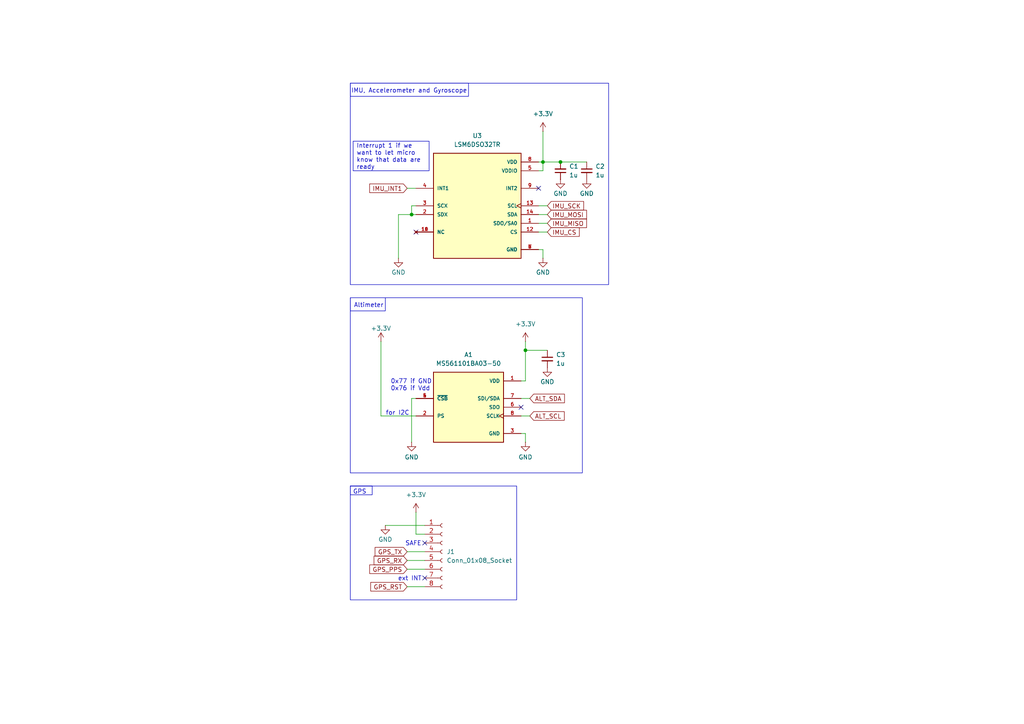
<source format=kicad_sch>
(kicad_sch (version 20250114) (generator "eeschema") (generator_version "9.0")
  (paper "A4")
  (lib_symbols
    (symbol "Connector:Conn_01x08_Socket" (pin_names (offset 1.016) (hide yes))
      (property "Reference" "J" (at 0 10.16 0))
      (property "Value" "Conn_01x08_Socket" (at 0 -12.7 0))
      (symbol "Conn_01x08_Socket_1_1"
        (polyline (pts (xy -1.27 7.62) (xy -0.508 7.62)) (stroke (width 0.1524)))
        (polyline (pts (xy -1.27 5.08) (xy -0.508 5.08)) (stroke (width 0.1524)))
        (polyline (pts (xy -1.27 2.54) (xy -0.508 2.54)) (stroke (width 0.1524)))
        (polyline (pts (xy -1.27 0) (xy -0.508 0)) (stroke (width 0.1524)))
        (polyline (pts (xy -1.27 -2.54) (xy -0.508 -2.54)) (stroke (width 0.1524)))
        (polyline (pts (xy -1.27 -5.08) (xy -0.508 -5.08)) (stroke (width 0.1524)))
        (polyline (pts (xy -1.27 -7.62) (xy -0.508 -7.62)) (stroke (width 0.1524)))
        (polyline (pts (xy -1.27 -10.16) (xy -0.508 -10.16)) (stroke (width 0.1524)))
        (arc (start 0 7.112) (mid -0.5058 7.62) (end 0 8.128) (stroke (width 0.1524)))
        (arc (start 0 4.572) (mid -0.5058 5.08) (end 0 5.588) (stroke (width 0.1524)))
        (arc (start 0 2.032) (mid -0.5058 2.54) (end 0 3.048) (stroke (width 0.1524)))
        (arc (start 0 -0.508) (mid -0.5058 0) (end 0 0.508) (stroke (width 0.1524)))
        (arc (start 0 -3.048) (mid -0.5058 -2.54) (end 0 -2.032) (stroke (width 0.1524)))
        (arc (start 0 -5.588) (mid -0.5058 -5.08) (end 0 -4.572) (stroke (width 0.1524)))
        (arc (start 0 -8.128) (mid -0.5058 -7.62) (end 0 -7.112) (stroke (width 0.1524)))
        (arc (start 0 -10.668) (mid -0.5058 -10.16) (end 0 -9.652) (stroke (width 0.1524)))
        (pin passive line (at -5.08 7.62 0) (length 3.81) (name "Pin_1") (number "1"))
        (pin passive line (at -5.08 5.08 0) (length 3.81) (name "Pin_2") (number "2"))
        (pin passive line (at -5.08 2.54 0) (length 3.81) (name "Pin_3") (number "3"))
        (pin passive line (at -5.08 0 0) (length 3.81) (name "Pin_4") (number "4"))
        (pin passive line (at -5.08 -2.54 0) (length 3.81) (name "Pin_5") (number "5"))
        (pin passive line (at -5.08 -5.08 0) (length 3.81) (name "Pin_6") (number "6"))
        (pin passive line (at -5.08 -7.62 0) (length 3.81) (name "Pin_7") (number "7"))
        (pin passive line (at -5.08 -10.16 0) (length 3.81) (name "Pin_8") (number "8"))
      )
    )
    (symbol "Device:C_Small" (pin_numbers (hide yes)) (pin_names (offset 0.254) (hide yes))
      (property "Reference" "C" (at 0.254 1.778 0))
      (property "Value" "C_Small" (at 0.254 -2.032 0))
      (symbol "C_Small_0_1"
        (polyline (pts (xy -1.524 0.508) (xy 1.524 0.508)) (stroke (width 0.3048)))
        (polyline (pts (xy -1.524 -0.508) (xy 1.524 -0.508)) (stroke (width 0.3302)))
      )
      (symbol "C_Small_1_1"
        (pin passive line (at 0 2.54 270) (length 2.032) (name "~") (number "1"))
        (pin passive line (at 0 -2.54 90) (length 2.032) (name "~") (number "2"))
      )
    )
    (symbol "LSM6DSO32TR:LSM6DSO32TR" (pin_names (offset 1.016))
      (property "Reference" "U" (at -12.7 16.002 0))
      (property "Value" "LSM6DSO32TR" (at -12.7 -17.78 0))
      (symbol "LSM6DSO32TR_0_0"
        (rectangle (start -12.7 -15.24) (end 12.7 15.24) (stroke (width 0.254)) (fill (type background)))
        (pin input line (at -17.78 5.08 0) (length 5.08) (name "INT1") (number "4"))
        (pin passive line (at -17.78 0 0) (length 5.08) (name "SCX") (number "3"))
        (pin passive line (at -17.78 -2.54 0) (length 5.08) (name "SDX") (number "2"))
        (pin no_connect line (at -17.78 -7.62 0) (length 5.08) (name "NC") (number "10"))
        (pin no_connect line (at -17.78 -7.62 0) (length 5.08) (name "NC") (number "11"))
        (pin power_in line (at 17.78 12.7 180) (length 5.08) (name "VDD") (number "8"))
        (pin power_in line (at 17.78 10.16 180) (length 5.08) (name "VDDIO") (number "5"))
        (pin output line (at 17.78 5.08 180) (length 5.08) (name "INT2") (number "9"))
        (pin input clock (at 17.78 0 180) (length 5.08) (name "SCL") (number "13"))
        (pin bidirectional line (at 17.78 -2.54 180) (length 5.08) (name "SDA") (number "14"))
        (pin bidirectional line (at 17.78 -5.08 180) (length 5.08) (name "SDO/SA0") (number "1"))
        (pin input line (at 17.78 -7.62 180) (length 5.08) (name "CS") (number "12"))
        (pin power_in line (at 17.78 -12.7 180) (length 5.08) (name "GND") (number "6"))
        (pin power_in line (at 17.78 -12.7 180) (length 5.08) (name "GND") (number "7"))
      )
    )
    (symbol "MS561101BA03-50:MS561101BA03-50" (pin_names (offset 1.016))
      (property "Reference" "A" (at -10.16 10.922 0))
      (property "Value" "MS561101BA03-50" (at -10.16 -12.7 0))
      (symbol "MS561101BA03-50_0_0"
        (rectangle (start -10.16 -10.16) (end 10.16 10.16) (stroke (width 0.254)) (fill (type background)))
        (pin input line (at -15.24 2.54 0) (length 5.08) (name "~{CSB}") (number "4"))
        (pin input line (at -15.24 2.54 0) (length 5.08) (name "~{CSB}") (number "5"))
        (pin input line (at -15.24 -2.54 0) (length 5.08) (name "PS") (number "2"))
        (pin power_in line (at 15.24 7.62 180) (length 5.08) (name "VDD") (number "1"))
        (pin bidirectional line (at 15.24 2.54 180) (length 5.08) (name "SDI/SDA") (number "7"))
        (pin output line (at 15.24 0 180) (length 5.08) (name "SDO") (number "6"))
        (pin input clock (at 15.24 -2.54 180) (length 5.08) (name "SCLK") (number "8"))
        (pin power_in line (at 15.24 -7.62 180) (length 5.08) (name "GND") (number "3"))
      )
    )
    (symbol "power:+3.3V" (power) (pin_numbers (hide yes)) (pin_names (offset 0) (hide yes))
      (property "Value" "+3.3V" (at 0 3.556 0))
      (symbol "+3.3V_0_1"
        (polyline (pts (xy -0.762 1.27) (xy 0 2.54)))
        (polyline (pts (xy 0 2.54) (xy 0.762 1.27)))
        (polyline (pts (xy 0 0) (xy 0 2.54)))
      )
      (symbol "+3.3V_1_1"
        (pin power_in line (at 0 0 90) (length 0) (name "~") (number "1"))
      )
    )
    (symbol "power:GND" (power) (pin_numbers (hide yes)) (pin_names (offset 0) (hide yes))
      (property "Value" "GND" (at 0 -3.81 0))
      (symbol "GND_0_1"
        (polyline (pts (xy 0 0) (xy 0 -1.27) (xy 1.27 -1.27) (xy 0 -2.54) (xy -1.27 -1.27) (xy 0 -1.27)))
      )
      (symbol "GND_1_1"
        (pin power_in line (at 0 0 270) (length 0) (name "~") (number "1"))
      )
    )
  )
  (rectangle (start 101.6 86.36) (end 111.76 90.17))
  (rectangle (start 101.6 140.97) (end 107.95 143.51))
  (rectangle (start 101.6 24.13) (end 135.89 27.94))
  (rectangle (start 101.6 86.36) (end 168.91 137.16))
  (rectangle (start 101.6 140.97) (end 149.86 173.99))
  (rectangle (start 101.6 24.13) (end 176.53 82.55))
  (text "Altimeter" (at 102.616 88.646 0) (effects (font (size 1.27 1.27)) (justify left)))
  (text "IMU, Accelerometer and Gyroscope" (at 101.854 26.416 0) (effects (font (size 1.27 1.27)) (justify left)))
  (text "for I2C" (at 115.316 119.888 0) (effects (font (size 1.27 1.27))))
  (text "ext INT" (at 118.872 167.894 0) (effects (font (size 1.27 1.27))))
  (text "0x77 if GND\n0x76 if Vdd" (at 113.284 111.76 0) (effects (font (size 1.27 1.27)) (justify left)))
  (text "SAFE" (at 119.888 157.734 0) (effects (font (size 1.27 1.27))))
  (text "GPS" (at 102.362 142.748 0) (effects (font (size 1.27 1.27)) (justify left)))
  (text_box "Interrupt 1 if we want to let micro know that data are ready\n" (at 102.4256 40.952 0) (size 22.0344 8.578) (margins 0.9525 0.9525 0.9525 0.9525) (effects (font (size 1.27 1.27)) (justify left)))
  (junction (at 157.48 46.99))
  (junction (at 152.4 101.6))
  (junction (at 119.38 62.23))
  (junction (at 162.56 46.99))
  (no_connect (at 120.65 67.31))
  (no_connect (at 151.13 118.11))
  (no_connect (at 123.19 167.64))
  (no_connect (at 123.19 157.48))
  (no_connect (at 156.21 54.61))
  (wire (pts (xy 157.48 46.99) (xy 162.56 46.99)))
  (wire (pts (xy 157.48 46.99) (xy 157.48 49.53)))
  (wire (pts (xy 152.4 101.6) (xy 158.75 101.6)))
  (wire (pts (xy 152.4 99.06) (xy 152.4 101.6)))
  (wire (pts (xy 156.21 46.99) (xy 157.48 46.99)))
  (wire (pts (xy 156.21 67.31) (xy 158.75 67.31)))
  (wire (pts (xy 157.48 72.39) (xy 156.21 72.39)))
  (wire (pts (xy 153.67 120.65) (xy 151.13 120.65)))
  (wire (pts (xy 156.21 49.53) (xy 157.48 49.53)))
  (wire (pts (xy 119.38 115.57) (xy 120.65 115.57)))
  (wire (pts (xy 157.48 72.39) (xy 157.48 74.93)))
  (wire (pts (xy 156.21 62.23) (xy 158.75 62.23)))
  (wire (pts (xy 118.11 54.61) (xy 120.65 54.61)))
  (wire (pts (xy 118.11 162.56) (xy 123.19 162.56)))
  (wire (pts (xy 110.49 120.65) (xy 110.49 99.06)))
  (wire (pts (xy 120.65 154.94) (xy 120.65 148.59)))
  (wire (pts (xy 119.38 128.27) (xy 119.38 115.57)))
  (wire (pts (xy 118.11 160.02) (xy 123.19 160.02)))
  (wire (pts (xy 123.19 154.94) (xy 120.65 154.94)))
  (wire (pts (xy 118.11 170.18) (xy 123.19 170.18)))
  (wire (pts (xy 151.13 125.73) (xy 152.4 125.73)))
  (wire (pts (xy 110.49 120.65) (xy 120.65 120.65)))
  (wire (pts (xy 153.67 115.57) (xy 151.13 115.57)))
  (wire (pts (xy 119.38 62.23) (xy 120.65 62.23)))
  (wire (pts (xy 152.4 110.49) (xy 151.13 110.49)))
  (wire (pts (xy 156.21 64.77) (xy 158.75 64.77)))
  (wire (pts (xy 156.21 59.69) (xy 158.75 59.69)))
  (wire (pts (xy 118.11 165.1) (xy 123.19 165.1)))
  (wire (pts (xy 157.48 46.99) (xy 157.48 38.1)))
  (wire (pts (xy 120.65 59.69) (xy 119.38 59.69)))
  (wire (pts (xy 162.56 46.99) (xy 170.18 46.99)))
  (wire (pts (xy 119.38 59.69) (xy 119.38 62.23)))
  (wire (pts (xy 115.57 62.23) (xy 115.57 74.93)))
  (wire (pts (xy 111.76 152.4) (xy 123.19 152.4)))
  (wire (pts (xy 152.4 101.6) (xy 152.4 110.49)))
  (wire (pts (xy 152.4 125.73) (xy 152.4 128.27)))
  (wire (pts (xy 115.57 62.23) (xy 119.38 62.23)))
  (global_label "IMU_MISO" (shape input) (at 158.75 64.77 0) (property "Intersheetrefs" "${INTERSHEET_REFS}" (effects (hide yes))))
  (global_label "IMU_CS" (shape input) (at 158.75 67.31 0) (property "Intersheetrefs" "${INTERSHEET_REFS}" (effects (hide yes))))
  (global_label "GPS_TX" (shape input) (at 118.11 160.02 180) (property "Intersheetrefs" "${INTERSHEET_REFS}" (effects (hide yes))))
  (global_label "GPS_RX" (shape input) (at 118.11 162.56 180) (property "Intersheetrefs" "${INTERSHEET_REFS}" (effects (hide yes))))
  (global_label "ALT_SCL" (shape input) (at 153.67 120.65 0) (property "Intersheetrefs" "${INTERSHEET_REFS}" (effects (hide yes))))
  (global_label "IMU_MOSI" (shape input) (at 158.75 62.23 0) (property "Intersheetrefs" "${INTERSHEET_REFS}" (effects (hide yes))))
  (global_label "GPS_PPS" (shape input) (at 118.11 165.1 180) (property "Intersheetrefs" "${INTERSHEET_REFS}" (effects (hide yes))))
  (global_label "IMU_INT1" (shape input) (at 118.11 54.61 180) (property "Intersheetrefs" "${INTERSHEET_REFS}" (effects (hide yes))))
  (global_label "GPS_RST" (shape input) (at 118.11 170.18 180) (property "Intersheetrefs" "${INTERSHEET_REFS}" (effects (hide yes))))
  (global_label "ALT_SDA" (shape input) (at 153.67 115.57 0) (property "Intersheetrefs" "${INTERSHEET_REFS}" (effects (hide yes))))
  (global_label "IMU_SCK" (shape input) (at 158.75 59.69 0) (property "Intersheetrefs" "${INTERSHEET_REFS}" (effects (hide yes))))
  (symbol (lib_id "power:+3.3V") (at 110.49 99.06 0) (unit 1)
    (property "Reference" "#PWR015" (effects (hide yes)))
    (property "Value" "+3.3V" (at 110.49 95.25 0))
    (property "Description" "Power symbol creates a global label with name \"+3.3V\"" (effects (hide yes)))
  )
  (symbol (lib_id "Device:C_Small") (at 170.18 49.53 0) (unit 1)
    (property "Reference" "C2" (at 172.72 48.2662 0) (effects (justify left)))
    (property "Value" "1u" (at 172.72 50.8062 0) (effects (justify left)))
    (property "Footprint" "Capacitor_SMD:C_0603_1608Metric_Pad1.08x0.95mm_HandSolder" (effects (hide yes)))
    (property "Description" "Unpolarized capacitor, small symbol" (effects (hide yes)))
  )
  (symbol (lib_id "power:+3.3V") (at 120.65 148.59 0) (unit 1)
    (property "Reference" "#PWR019" (effects (hide yes)))
    (property "Value" "+3.3V" (at 120.65 143.51 0))
    (property "Description" "Power symbol creates a global label with name \"+3.3V\"" (effects (hide yes)))
  )
  (symbol (lib_id "power:GND") (at 119.38 128.27 0) (unit 1)
    (property "Reference" "#PWR018" (effects (hide yes)))
    (property "Value" "GND" (at 119.38 132.588 0))
    (property "Description" "Power symbol creates a global label with name \"GND\" , ground" (effects (hide yes)))
  )
  (symbol (lib_id "power:GND") (at 152.4 128.27 0) (unit 1)
    (property "Reference" "#PWR021" (effects (hide yes)))
    (property "Value" "GND" (at 152.4 132.588 0))
    (property "Description" "Power symbol creates a global label with name \"GND\" , ground" (effects (hide yes)))
  )
  (symbol (lib_id "Device:C_Small") (at 162.56 49.53 180) (unit 1)
    (property "Reference" "C1" (at 165.1 48.2535 0) (effects (justify right)))
    (property "Value" "1u" (at 165.1 50.7935 0) (effects (justify right)))
    (property "Footprint" "Capacitor_SMD:C_0603_1608Metric_Pad1.08x0.95mm_HandSolder" (effects (hide yes)))
    (property "Description" "Unpolarized capacitor, small symbol" (effects (hide yes)))
  )
  (symbol (lib_id "power:GND") (at 157.48 74.93 0) (unit 1)
    (property "Reference" "#PWR023" (effects (hide yes)))
    (property "Value" "GND" (at 157.48 78.994 0))
    (property "Description" "Power symbol creates a global label with name \"GND\" , ground" (effects (hide yes)))
  )
  (symbol (lib_id "power:+3.3V") (at 152.4 99.06 0) (unit 1)
    (property "Reference" "#PWR020" (effects (hide yes)))
    (property "Value" "+3.3V" (at 152.4 93.98 0))
    (property "Description" "Power symbol creates a global label with name \"+3.3V\"" (effects (hide yes)))
  )
  (symbol (lib_id "power:GND") (at 111.76 152.4 0) (unit 1)
    (property "Reference" "#PWR016" (effects (hide yes)))
    (property "Value" "GND" (at 111.76 156.464 0))
    (property "Description" "Power symbol creates a global label with name \"GND\" , ground" (effects (hide yes)))
  )
  (symbol (lib_id "power:GND") (at 115.57 74.93 0) (unit 1)
    (property "Reference" "#PWR017" (effects (hide yes)))
    (property "Value" "GND" (at 115.57 78.994 0))
    (property "Description" "Power symbol creates a global label with name \"GND\" , ground" (effects (hide yes)))
  )
  (symbol (lib_id "power:+3.3V") (at 157.48 38.1 0) (unit 1)
    (property "Reference" "#PWR022" (effects (hide yes)))
    (property "Value" "+3.3V" (at 157.48 33.02 0))
    (property "Description" "Power symbol creates a global label with name \"+3.3V\"" (effects (hide yes)))
  )
  (symbol (lib_id "Device:C_Small") (at 158.75 104.14 0) (unit 1)
    (property "Reference" "C3" (at 161.29 102.8762 0) (effects (justify left)))
    (property "Value" "1u" (at 161.29 105.4162 0) (effects (justify left)))
    (property "Footprint" "Capacitor_SMD:C_0603_1608Metric_Pad1.08x0.95mm_HandSolder" (effects (hide yes)))
    (property "Description" "Unpolarized capacitor, small symbol" (effects (hide yes)))
  )
  (symbol (lib_id "power:GND") (at 162.56 52.07 0) (unit 1)
    (property "Reference" "#PWR025" (effects (hide yes)))
    (property "Value" "GND" (at 162.56 56.134 0))
    (property "Description" "Power symbol creates a global label with name \"GND\" , ground" (effects (hide yes)))
  )
  (symbol (lib_id "power:GND") (at 158.75 106.68 0) (unit 1)
    (property "Reference" "#PWR024" (effects (hide yes)))
    (property "Value" "GND" (at 158.75 110.744 0))
    (property "Description" "Power symbol creates a global label with name \"GND\" , ground" (effects (hide yes)))
  )
  (symbol (lib_id "power:GND") (at 170.18 52.07 0) (unit 1)
    (property "Reference" "#PWR026" (effects (hide yes)))
    (property "Value" "GND" (at 170.18 56.134 0))
    (property "Description" "Power symbol creates a global label with name \"GND\" , ground" (effects (hide yes)))
  )
  (symbol (lib_id "LSM6DSO32TR:LSM6DSO32TR") (at 138.43 59.69 0) (unit 1)
    (property "Reference" "U3" (at 138.43 39.37 0))
    (property "Value" "LSM6DSO32TR" (at 138.43 41.91 0))
    (property "Footprint" "LSM6DSO32TR:XDCR_LSM6DSO32TR" (effects (hide yes)))
    (property "DigiKey_Part_Number" "497-LSM6DSO32CT-ND" (effects (hide yes)))
    (property "SnapEDA_Link" "https://www.snapeda.com/parts/LSM6DSO32TR/STMicroelectronics/view-part/?ref=snap" (effects (hide yes)))
    (property "MAXIMUM_PACKAGE_HEIGHT" "0.86mm" (effects (hide yes)))
    (property "Package" "VFLGA-14 STMicroelectronics" (effects (hide yes)))
    (property "Check_prices" "https://www.snapeda.com/parts/LSM6DSO32TR/STMicroelectronics/view-part/?ref=eda" (effects (hide yes)))
    (property "STANDARD" "Manufacturer Recommendations" (effects (hide yes)))
    (property "PARTREV" "1" (effects (hide yes)))
    (property "MF" "STMicroelectronics" (effects (hide yes)))
    (property "MP" "LSM6DSO32TR" (effects (hide yes)))
    (property "Description_1" "Accelerometer, Gyroscope, Temperature, 6 Axis Sensor I2C, SPI Output" (effects (hide yes)))
    (property "MANUFACTURER" "STMicroelectronics" (effects (hide yes)))
  )
  (symbol (lib_id "MS561101BA03-50:MS561101BA03-50") (at 135.89 118.11 0) (unit 1)
    (property "Reference" "A1" (at 135.89 102.87 0))
    (property "Value" "MS561101BA03-50" (at 135.89 105.41 0))
    (property "Footprint" "Sensors:XDCR_MS561101BA03-50" (effects (hide yes)))
    (property "Comment" "MS561101BA03-50" (effects (hide yes)))
    (property "MF" "TE Connectivity" (effects (hide yes)))
    (property "MAXIMUM_PACKAGE_HEIGHT" "1.1mm" (effects (hide yes)))
    (property "Package" "SMD-8 Measurement Specialties" (effects (hide yes)))
    (property "Price" "None" (effects (hide yes)))
    (property "Check_prices" "https://www.snapeda.com/parts/MS561101BA03-50/TE+Connectivity+Alcoswitch+Switches/view-part/?ref=eda" (effects (hide yes)))
    (property "STANDARD" "Manufacturer Recommendations" (effects (hide yes)))
    (property "PARTREV" "06/2017" (effects (hide yes)))
    (property "SnapEDA_Link" "https://www.snapeda.com/parts/MS561101BA03-50/TE+Connectivity+Alcoswitch+Switches/view-part/?ref=snap" (effects (hide yes)))
    (property "MP" "MS561101BA03-50" (effects (hide yes)))
    (property "Description_1" "BAROMETRIC PRESSURE SENSOR" (effects (hide yes)))
    (property "Availability" "In Stock" (effects (hide yes)))
    (property "MANUFACTURER" "TE Connectivity" (effects (hide yes)))
  )
  (symbol (lib_id "Connector:Conn_01x08_Socket") (at 128.27 160.02 0) (unit 1)
    (property "Reference" "J1" (at 129.54 160.0199 0) (effects (justify left)))
    (property "Value" "Conn_01x08_Socket" (at 129.54 162.5599 0) (effects (justify left)))
    (property "Footprint" "Connector_PinSocket_2.54mm:PinSocket_1x08_P2.54mm_Vertical" (effects (hide yes)))
    (property "Description" "Generic connector, single row, 01x08, script generated" (effects (hide yes)))
  )
)
</source>
